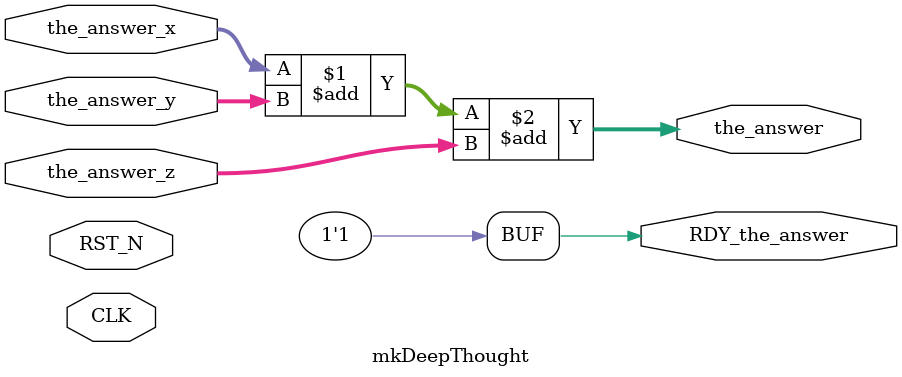
<source format=v>

`ifdef BSV_ASSIGNMENT_DELAY
`else
  `define BSV_ASSIGNMENT_DELAY
`endif

`ifdef BSV_POSITIVE_RESET
  `define BSV_RESET_VALUE 1'b1
  `define BSV_RESET_EDGE posedge
`else
  `define BSV_RESET_VALUE 1'b0
  `define BSV_RESET_EDGE negedge
`endif

module mkDeepThought(CLK,
		     RST_N,

		     the_answer_x,
		     the_answer_y,
		     the_answer_z,
		     the_answer,
		     RDY_the_answer);
  input  CLK;
  input  RST_N;

  // value method the_answer
  input  [31 : 0] the_answer_x;
  input  [31 : 0] the_answer_y;
  input  [31 : 0] the_answer_z;
  output [31 : 0] the_answer;
  output RDY_the_answer;

  // signals for module outputs
  wire [31 : 0] the_answer;
  wire RDY_the_answer;

  // value method the_answer
  assign the_answer = the_answer_x + the_answer_y + the_answer_z ;
  assign RDY_the_answer = 1'd1 ;
endmodule  // mkDeepThought


</source>
